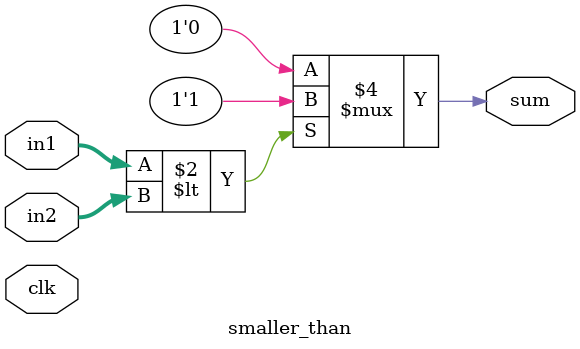
<source format=v>

`timescale 10ns/100ps

module sep(clk, reset, mem_bus, ram_rd_nwr, address);

input clk;
input reset;

wire [6:0] load_line;
wire [6:0] clr_line;
wire [6:0] reset_clr;
wire [6:0] inc_line;
wire cin;
wire flag_en;
wire ALU_sel;
wire [3:0] op_sel;
wire read_mem;
wire write_mem;
wire [2:0] bus_sel;
wire [15:0] IR_out;
wire [3:0] flag_out;
wire DR_zero;
wire [1:0] AC_lh;
wire SPdec;
wire clr_root, root_op, A_shl, A_inc, B_ld, B_inc, B_dshl;
wire X_ldhi, X_ldlo, X_dshl, Y_ld, Y_dshl, RC_inc, RC_zero, BY_out;

inout [15:0] mem_bus;
output ram_rd_nwr;
output [11:0] address;

data_unit DU(IR_out, flag_out, mem_bus, ram_rd_nwr, clk, load_line,
		 reset_clr, inc_line, read_mem, write_mem, ALU_sel, 
		op_sel, flag_en, cin, bus_sel, address, DR_zero, 
		AC_lh, SPdec, clr_root, root_op, A_shl, A_inc, B_ld, 
		B_inc, B_dshl, X_ldhi, X_ldlo, X_dshl, Y_ld, Y_dshl, 
		RC_inc, RC_zero, BY_out);

assign reset_clr[0] = clr_line[0] | reset;
assign reset_clr[1] = clr_line[1] | reset;
assign reset_clr[2] = clr_line[2] | reset;
assign reset_clr[3] = clr_line[3] | reset;
assign reset_clr[4] = clr_line[4] | reset;
assign reset_clr[5] = clr_line[5] | reset;
assign reset_clr[6] = clr_line[6] | reset;

control_unit CU(load_line, inc_line, clr_line, cin, flag_en, ALU_sel, 
		op_sel, read_mem, write_mem, bus_sel, IR_out, flag_out, 
		clk, 1'b0, reset, DR_zero, AC_lh, SPdec, clr_root, 
		root_op, A_shl, A_inc, B_ld, B_inc, B_dshl, X_ldhi, 
		X_ldlo, X_dshl, Y_ld, Y_dshl, RC_inc, RC_zero, BY_out);

endmodule

module control_unit(load_ctl, inc_ctl, clr_ctl, cin, flag_en, ALU_sel, op_sel, 
	read_mem, write_mem, bus_ctl, IR_out, flag_out, clk, R, reset, DR_zero, 
	AC_lh, SPdec, clr_root, root_op, A_shl, A_inc, B_ld, B_inc, B_dshl, 
	X_ldhi, X_ldlo, X_dshl, Y_ld, Y_dshl, RC_inc, RC_zero, BY_out);

	output [6:0] load_ctl;    //0-AR, 1-PC, 2-DR, 3-AC, 4-IR, 5-TR, 6-SP
	output [6:0] inc_ctl;
	output [6:0] clr_ctl;
	output read_mem;
	output write_mem;
	output [2:0] bus_ctl;
	output cin;
	output flag_en;
	output ALU_sel;
	output [3:0] op_sel;
	output SPdec;
	output clr_root, root_op, A_shl, A_inc, B_ld, B_inc, B_dshl; 
	output X_ldhi, X_ldlo, X_dshl, Y_ld, Y_dshl, RC_inc;

	//flags 0:  overflow
	//      1:  carry
	//      2:  sign
	//      3:  zero

	input [15:0] IR_out;
	input [3:0] flag_out;
	input clk;
	input R;
	input reset;
	input DR_zero;
	input [1:0] AC_lh;
	input RC_zero, BY_out;

	wire [4:0] SC_out;
	wire SC_clr;
	wire SC_inc;
	wire ld9;
	wire [7:0] D_input;
	wire [31:0] T_input;

	seq_counter SC(SC_out, SC_clr | reset, SC_inc, clk, ld9);
	a3to8_decoder D1(D_input, IR_out[14:12]);
	a5to32_decoder D2(T_input, SC_out);
	control_logic CTL(load_ctl, inc_ctl, clr_ctl, cin, flag_en, ALU_sel, op_sel,
			 read_mem, write_mem, SC_clr, SC_inc, bus_ctl, IR_out[11:0],
			 IR_out[15], D_input, T_input, flag_out, R, DR_zero, clk,
			 AC_lh, reset, SPdec, ld9, clr_root, root_op, A_shl, A_inc, 
			 B_ld, B_inc, B_dshl, X_ldhi, X_ldlo, X_dshl, Y_ld, Y_dshl, 
			 RC_inc, RC_zero, BY_out);

endmodule


module control_logic(load_ctl, inc_ctl, clr_ctl, cin, flag_en, ALU_sel, op_sel,
		 read_mem, write_mem, SC_clr, SC_inc, bus_ctl, ad, I, D, T, flag, 
		R, DR_zero, clk, AC_lh, reset, SPdec, ld9, clr_root, root_op, A_shl, 
		A_inc, B_ld, B_inc, B_dshl, X_ldhi, X_ldlo, X_dshl, Y_ld, Y_dshl, 
		RC_inc, RC_zero, BY_out);

	output [6:0] load_ctl;    //0-AR, 1-PC, 2-DR, 3-AC, 4-IR, 5-TR, 6-SP
	output [6:0] inc_ctl;
	output [6:0] clr_ctl;
	output read_mem;
	output write_mem;
	output [2:0] bus_ctl;
	output SC_clr, SC_inc;
	output cin;
	output flag_en;
	output ALU_sel;
	output [3:0] op_sel;
	output SPdec;
	output ld9;
	output clr_root, root_op, A_shl, A_inc, B_ld, B_inc, B_dshl; 
	output X_ldhi, X_ldlo, X_dshl, Y_ld, Y_dshl, RC_inc;

	input [11:0] ad;
	input I;
	input [7:0] D;
	input [31:0] T;
	input [3:0] flag;
	input R;
	input DR_zero;
	input clk;
	input [1:0] AC_lh;
	input reset;
	input RC_zero, BY_out;

	wire E_out;
	wire E_in;
	wire E_load;
	wire E_clr;
	wire E_comp;

	flipflop E(E_out, E_in, E_load, E_clr, clk, E_comp);

	//flags 0:  overflow
	//      1:  carry
	//      2:  sign
	//      3:  zero

	assign read_mem = (~R & T[1]) | (~D[7] & I & T[3]) | 
			((D[0] | D[1] | D[2] | D[6]) & T[4]) |
		(T[4] & D[7] & ~I & ~ad[4] & ~ad[5] & ~ad[6] & ~ad[7] & ~ad[8] &  ad[9] &  ad[10] & ~ad[11]) |
		(T[4] & D[7] & ~I & ~ad[4] & ~ad[5] & ~ad[6] & ~ad[7] & ~ad[8] & ~ad[9] &  ad[10] &  ad[11]) |
		(T[4] & D[7] & ~I & ~ad[4] & ~ad[5] &  ad[6] &  ad[7] & ~ad[8] & ~ad[9] & ~ad[10] & ~ad[11]) |
		(T[5] & D[7] & ~I &  ad[4] &  ad[5] & ~ad[6] & ~ad[7] & ~ad[8] & ~ad[9] & ~ad[10] & ~ad[11]) |
		(T[5] & D[7] & ~I & ad[1] & ad[2] & ad[3] & ad[4] & ad[5] &
				  ad[6] & ad[7] & ad[8] & ad[9] & ad[10] & ad[11]) |
		(T[7] & D[7] & ~I & ad[1] & ad[2] & ad[3] & ad[4] & ad[5] &
				  ad[6] & ad[7] & ad[8] & ad[9] & ad[10] & ad[11]);

	assign write_mem = (R & T[1]) | (D[6] & T[6]) | (T[4] & (D[3] | D[5])) |
		(T[4] & D[7] & ~I & ~ad[4] &  ad[5] &  ad[6] & ~ad[7] & ~ad[8] & ~ad[9] & ~ad[10] & ~ad[11]) |
		(T[17] & D[7] & ~I & ad[1] & ad[2] & ad[3] & ad[4] & ad[5] &
				  ad[6] & ad[7] & ad[8] & ad[9] & ad[10] & ad[11]);

	assign SC_clr = ((D[0] | D[1] | D[2] | D[5]) & T[5]) | 
			(D[7] & T[6] & ~(ad[1] & ad[2] & ad[3] & ad[4] & ad[5] &
				  ad[6] & ad[7] & ad[8] & ad[9] & ad[10] & ad[11])) | 
			(D[6] & T[6]) | 
			(R & T[2]) | 
			((D[3] | D[4]) & T[4]) |
		(T[4] & D[7] & ~I & ~ad[4] & ~ad[5] &  ad[6] &  ad[7] & ~ad[8] & ~ad[9] & ~ad[10] & ~ad[11]) |
		(T[4] & D[7] & ~I & ~ad[4] &  ad[5] &  ad[6] & ~ad[7] & ~ad[8] & ~ad[9] & ~ad[10] & ~ad[11]) |
		(T[6] & D[7] & ~I &  ad[4] &  ad[5] & ~ad[6] & ~ad[7] & ~ad[8] & ~ad[9] & ~ad[10] & ~ad[11]) |
		(T[17] & D[7] & ~I & ad[1] & ad[2] & ad[3] & ad[4] & ad[5] &
				  ad[6] & ad[7] & ad[8] & ad[9] & ad[10] & ad[11]);
	assign SC_inc = 1'b1;

	assign ld9 = (T[15] & D[7] & ~I & ad[1] & ad[2] & ad[3] & ad[4] & ad[5] &
				  ad[6] & ad[7] & ad[8] & ad[9] & ad[10] & ad[11] & ~RC_zero);

	assign clr_root = (T[6] & D[7] & ~I & ad[1] & ad[2] & ad[3] & ad[4] & ad[5] &
				  ad[6] & ad[7] & ad[8] & ad[9] & ad[10] & ad[11]);
	assign root_op = (T[16] & D[7] & ~I & ad[1] & ad[2] & ad[3] & ad[4] & ad[5] &
				  ad[6] & ad[7] & ad[8] & ad[9] & ad[10] & ad[11]);
	assign A_shl = (T[10] & D[7] & ~I & ad[1] & ad[2] & ad[3] & ad[4] & ad[5] &
				  ad[6] & ad[7] & ad[8] & ad[9] & ad[10] & ad[11]);
	assign A_inc = (T[11] & D[7] & ~I & ad[1] & ad[2] & ad[3] & ad[4] & ad[5] &
				  ad[6] & ad[7] & ad[8] & ad[9] & ad[10] & ad[11] & BY_out);
	assign B_ld = (T[12] & D[7] & ~I & ad[1] & ad[2] & ad[3] & ad[4] & ad[5] &
				  ad[6] & ad[7] & ad[8] & ad[9] & ad[10] & ad[11]);
	assign B_inc = (T[7] & D[7] & ~I & ad[1] & ad[2] & ad[3] & ad[4] & ad[5] &
				  ad[6] & ad[7] & ad[8] & ad[9] & ad[10] & ad[11]) |
			(T[14] & D[7] & ~I & ad[1] & ad[2] & ad[3] & ad[4] & ad[5] &
				  ad[6] & ad[7] & ad[8] & ad[9] & ad[10] & ad[11]);
	assign B_dshl = (T[13] & D[7] & ~I & ad[1] & ad[2] & ad[3] & ad[4] & ad[5] &
				  ad[6] & ad[7] & ad[8] & ad[9] & ad[10] & ad[11]);
	assign X_ldhi = (T[8] & D[7] & ~I & ad[1] & ad[2] & ad[3] & ad[4] & ad[5] &
				  ad[6] & ad[7] & ad[8] & ad[9] & ad[10] & ad[11]);
	assign X_ldlo = (T[6] & D[7] & ~I & ad[1] & ad[2] & ad[3] & ad[4] & ad[5] &
				  ad[6] & ad[7] & ad[8] & ad[9] & ad[10] & ad[11]);
	assign X_dshl = (T[10] & D[7] & ~I & ad[1] & ad[2] & ad[3] & ad[4] & ad[5] &
				  ad[6] & ad[7] & ad[8] & ad[9] & ad[10] & ad[11]);
	assign Y_ld = (T[11] & D[7] & ~I & ad[1] & ad[2] & ad[3] & ad[4] & ad[5] &
				  ad[6] & ad[7] & ad[8] & ad[9] & ad[10] & ad[11] & BY_out);
	assign Y_dshl = (T[9] & D[7] & ~I & ad[1] & ad[2] & ad[3] & ad[4] & ad[5] &
				  ad[6] & ad[7] & ad[8] & ad[9] & ad[10] & ad[11]);
	assign RC_inc = (T[14] & D[7] & ~I & ad[1] & ad[2] & ad[3] & ad[4] & ad[5] &
				  ad[6] & ad[7] & ad[8] & ad[9] & ad[10] & ad[11]);

	assign SPdec = (T[4] & D[7] & ~I &  ad[5] &  ad[6] & ~ad[7] & ~ad[8] & ~ad[9] & ~ad[10] & ~ad[11]) |
			(T[17] & D[7] & ~I & ad[1] & ad[2] & ad[3] & ad[4] & ad[5] &
				  ad[6] & ad[7] & ad[8] & ad[9] & ad[10] & ad[11]);

	assign cin = (T[5] & D[7] & ~I & ad[11] & ad[10] & ~ad[9] & ~ad[8] & ~ad[7]);
	assign flag_en = 1'b1;
	assign ALU_sel = (D[7] & ~I & T[3] & (ad[7] | ad[6] | ad[9])) |
				(T[5] & D[7] & ~I & ad[11] & ad[10]);

	assign load_ctl[0] = ((~R) & (T[0] | T[2])) | ((~D[7]) & I & T[3]) |
		(T[3] & D[7] & ~I & ~ad[4] & ~ad[5] & ~ad[6] & ~ad[7] & ~ad[8] &  ad[9] &  ad[10] & ~ad[11]) |
		(T[3] & D[7] & ~I & ~ad[4] & ~ad[5] & ~ad[6] & ~ad[7] & ~ad[8] & ~ad[9] &  ad[10] &  ad[11]) |
		(T[3] & D[7] & ~I & ~ad[4] & ~ad[5] &  ad[6] &  ad[7] & ~ad[8] & ~ad[9] & ~ad[10] & ~ad[11]) |
		(T[3] & D[7] & ~I & ~ad[4] &  ad[5] &  ad[6] & ~ad[7] & ~ad[8] & ~ad[9] & ~ad[10] & ~ad[11]) |
		(T[4] & D[7] & ~I &  ad[4] &  ad[5] & ~ad[6] & ~ad[7] & ~ad[8] & ~ad[9] & ~ad[10] & ~ad[11]) |
		(T[4] & D[7] & ~I & ad[1] & ad[2] & ad[3] & ad[4] & ad[5] &
				  ad[6] & ad[7] & ad[8] & ad[9] & ad[10] & ad[11]) |
		(T[6] & D[7] & ~I & ad[1] & ad[2] & ad[3] & ad[4] & ad[5] &
				  ad[6] & ad[7] & ad[8] & ad[9] & ad[10] & ad[11]);
	assign inc_ctl[0] = D[5] & T[4];
	assign clr_ctl[0] = R & T[0];

	assign load_ctl[1] = (D[4] & T[4]) | (D[5] & T[5]);
	assign inc_ctl[1] = (~R & T[1]) | (R & T[2]) | (DR_zero & D[6] & T[6]) | 
				((D[7] & ~I & T[3]) & 
		((~AC_lh[1] & ad[4] & ~ad[5] & ~ad[6] & ~ad[10] & ~ad[3]) | 
		(flag[2] & ad[3] & ~ad[4] & ~ad[2] & ~ad[5]) |
		(flag[3] & ad[2] & ~ad[3] & ~ad[1] & ~ad[4]) |
		(~E_out & ad[1] & ~ad[2] & ~ad[3] & ~ad[4]))) |
		(T[4] & D[7] & ~I & ~ad[8] & ad[9] & ad[10] & ~ad[11]) |
		(T[4] & D[7] & ~I & ~ad[8] & ~ad[9] & ad[10] & ad[11]) |
		(flag[0] & T[3] & ~I & D[7] & ad[9] & ad[8] & ~ad[10] & ~ad[11] & ~ad[7] & ~ad[6] & ~ad[5]) |
		(~(flag[2] ^ flag[0]) & ~flag[3] & T[3] & ~I & D[7] & ad[8] & ad[7] &
			 ~ad[11] & ~ad[10] & ~ad[9] & ~ad[6] & ~ad[5]) |
		(T[4] & D[7] & ~I &  ad[6] &  ad[7] & ~ad[8] & ~ad[9] & ~ad[10] & ~ad[11]);
	assign clr_ctl[1] = R & T[1];

	assign load_ctl[2] = ((D[0] | D[1] | D[2] | D[6] | (D[7] & ~I & ad[9] & ad[10]) | 
				(D[7] & ~I & ad[11] & ad[10])) & T[4]) |
		(T[5] & D[7] & ~I &  ad[4] &  ad[5] & ~ad[6] & ~ad[7] & ~ad[8] & ~ad[9] & ~ad[10] & ~ad[11]) |
		(T[5] & D[7] & ~I & ad[1] & ad[2] & ad[3] & ad[4] & ad[5] &
				  ad[6] & ad[7] & ad[8] & ad[9] & ad[10] & ad[11]) |
		(T[7] & D[7] & ~I & ad[1] & ad[2] & ad[3] & ad[4] & ad[5] &
				  ad[6] & ad[7] & ad[8] & ad[9] & ad[10] & ad[11]) |
		(T[16] & D[7] & ~I & ad[1] & ad[2] & ad[3] & ad[4] & ad[5] &
				  ad[6] & ad[7] & ad[8] & ad[9] & ad[10] & ad[11]);
	assign inc_ctl[2] = D[6] & T[5];
	assign clr_ctl[2] = 1'b0;

	assign load_ctl[3] = (D[7] & ~I & T[3] & 
		((ad[7] & ~ad[4] & ~ad[5] & ~ad[6] & ~ad[8] & ~ad[9] & ~ad[10] & ~ad[11]) | 
		(ad[6] & ~ad[4] & ~ad[5] & ~ad[7] & ~ad[8] & ~ad[9] & ~ad[10] & ~ad[11]) | 
		(ad[9] & ~ad[4] & ~ad[5] & ~ad[6] & ~ad[8] & ~ad[7] & ~ad[10] & ~ad[11]))) |
				((D[0] | D[1] | D[2]) & T[5]) |
		(D[7] & ~I & T[5] & ~ad[4] & ~ad[5] & ~ad[6] & ~ad[7] & ~ad[8] &  ad[9] &  ad[10] & ~ad[11]) |
		(D[7] & ~I & T[5] & ~ad[4] & ~ad[5] & ~ad[6] & ~ad[7] & ~ad[8] & ~ad[9] &  ad[10] &  ad[11]) |
		(D[7] & ~I & T[6] &  ad[4] &  ad[5] & ~ad[6] & ~ad[7] & ~ad[8] & ~ad[9] & ~ad[10] & ~ad[11]);
	assign inc_ctl[3] = 
		(D[7] & ~I & T[3] & ~ad[11] & ~ad[10] & ~ad[9] & ~ad[8] & ~ad[7] & ~ad[6] &  ad[5] & ~ad[4]);
	assign clr_ctl[3] = 
		(D[7] & ~I & T[3] &  ad[11] & ~ad[10] & ~ad[9] & ~ad[8] & ~ad[7] & ~ad[6] & ~ad[5] & ~ad[4]);

	assign load_ctl[4] = (~R & T[1]);
	assign inc_ctl[4] = 1'b0;
	assign clr_ctl[4] = 1'b0;

	assign load_ctl[5] = (R & T[0]);
	assign inc_ctl[5] = 1'b0;
	assign clr_ctl[5] = 1'b0;

	assign load_ctl[6] = 
		(T[4] & D[7] & ~I & ~ad[4] & ~ad[5] &  ad[6] &  ad[7] & ~ad[8] & ~ad[9] & ~ad[10] & ~ad[11]);
	assign inc_ctl[6] = 
		(T[3] & D[7] & ~I &  ad[4] &  ad[5] & ~ad[6] & ~ad[7] & ~ad[8] & ~ad[9] & ~ad[10] & ~ad[11]) |
		(T[3] & D[7] & ~I & ad[1] & ad[2] & ad[3] & ad[4] & ad[5] &
				  ad[6] & ad[7] & ad[8] & ad[9] & ad[10] & ad[11]) |
		(T[5] & D[7] & ~I & ad[1] & ad[2] & ad[3] & ad[4] & ad[5] &
				  ad[6] & ad[7] & ad[8] & ad[9] & ad[10] & ad[11]);
	assign clr_ctl[6] = 1'b0;

	assign op_sel[0] = (D[7] & (~I) & T[3] & ad[9] & ~ad[8] & ~ad[7] & ~ad[10] & ~ad[11]) |
			 (T[5] & D[7] & (~I) & ad[11] & ad[10] & ~ad[9] & ~ad[8] & ~ad[7]);
	assign op_sel[1] = (D[2] & T[5]) |
			 (D[7] & ~I & T[3] & ad[9] & ~ad[8] & ~ad[7] & ~ad[10] & ~ad[11] & ~ad[4]) |
			 (D[7] & ~I & ad[9] & ad[10] & T[5] & ~ad[8] & ~ad[7] & ~ad[11] & ~ad[4]) |
		(T[6] & D[7] & ~I &  ad[4] &  ad[5] & ~ad[6] & ~ad[7] & ~ad[8] & ~ad[9] & ~ad[10] & ~ad[11]);
	assign op_sel[2] = (D[0] & T[5]) | 
			(D[7] & (~I) & T[3] & ((ad[6] & ~ad[9] & ~ad[10] & ~ad[11] & ~ad[7] & ~ad[8]) |
			(ad[9] & ~ad[6] & ~ad[7] & ~ad[8] & ~ad[10] & ~ad[11])));
	assign op_sel[3] = D[7] & (~I) & T[3] & ((ad[7] & ~ad[6] & ~ad[8]) |
			 (ad[6] & ~ad[7] & ~ad[5] & ~ad[8]));

	assign bus_ctl[0] = (D[5] & T[5]) | (D[6] & T[6]) | ((~R) & (T[2] | T[1])) | 
				(~D[7] & I & T[3]) | 
				((D[0] | D[1] | D[2] | D[4] | D[6]) & T[4]) |
		(T[4] & D[7] & ~I & ~ad[4] & ~ad[5] & ~ad[6] & ~ad[7] & ~ad[8] &  ad[9] &  ad[10] & ~ad[11]) |
		(T[4] & D[7] & ~I & ~ad[4] & ~ad[5] & ~ad[6] & ~ad[7] & ~ad[8] & ~ad[9] &  ad[10] &  ad[11]) |
		(T[5] & D[7] & ~I & ~ad[4] & ~ad[5] & ~ad[6] & ~ad[7] & ~ad[8] & ~ad[9] &  ad[10] &  ad[11]) |
		(T[4] & D[7] & ~I & ~ad[4] & ~ad[5] &  ad[6] &  ad[7] & ~ad[8] & ~ad[9] & ~ad[10] & ~ad[11]) |
		(T[5] & D[7] & ~I &  ad[4] &  ad[5] & ~ad[6] & ~ad[7] & ~ad[8] & ~ad[9] & ~ad[10] & ~ad[11]) |
		(T[5] & D[7] & ~I & ad[1] & ad[2] & ad[3] & ad[4] & ad[5] &
				  ad[6] & ad[7] & ad[8] & ad[9] & ad[10] & ad[11]) |
		(T[7] & D[7] & ~I & ad[1] & ad[2] & ad[3] & ad[4] & ad[5] &
				  ad[6] & ad[7] & ad[8] & ad[9] & ad[10] & ad[11]) |
		(T[17] & D[7] & ~I & ad[1] & ad[2] & ad[3] & ad[4] & ad[5] &
				  ad[6] & ad[7] & ad[8] & ad[9] & ad[10] & ad[11]);
	assign bus_ctl[1] = T[0] | T[1] | (D[6] & T[6]) | ((D[0] | D[1] | D[2] | D[5] | D[6]) & T[4]) | 
				(~D[7] & I & T[3]) | 
		(T[3] & D[7] & ~I & ~ad[4] & ~ad[5] & ~ad[6] & ~ad[7] & ~ad[8] &  ad[9] &  ad[10] & ~ad[11]) |
		(T[4] & D[7] & ~I & ~ad[4] & ~ad[5] & ~ad[6] & ~ad[7] & ~ad[8] &  ad[9] &  ad[10] & ~ad[11]) |
		(T[3] & D[7] & ~I & ~ad[4] & ~ad[5] & ~ad[6] & ~ad[7] & ~ad[8] & ~ad[9] &  ad[10] &  ad[11]) |
		(T[4] & D[7] & ~I & ~ad[4] & ~ad[5] & ~ad[6] & ~ad[7] & ~ad[8] & ~ad[9] &  ad[10] &  ad[11]) |
		(T[3] & D[7] & ~I & ~ad[4] & ~ad[5] &  ad[6] &  ad[7] & ~ad[8] & ~ad[9] & ~ad[10] & ~ad[11]) |
		(T[4] & D[7] & ~I & ~ad[4] & ~ad[5] &  ad[6] &  ad[7] & ~ad[8] & ~ad[9] & ~ad[10] & ~ad[11]) |
		(T[5] & D[7] & ~I &  ad[4] &  ad[5] & ~ad[6] & ~ad[7] & ~ad[8] & ~ad[9] & ~ad[10] & ~ad[11]) |
		(T[5] & D[7] & ~I & ad[1] & ad[2] & ad[3] & ad[4] & ad[5] &
				  ad[6] & ad[7] & ad[8] & ad[9] & ad[10] & ad[11]) |
		(T[7] & D[7] & ~I & ad[1] & ad[2] & ad[3] & ad[4] & ad[5] &
				  ad[6] & ad[7] & ad[8] & ad[9] & ad[10] & ad[11]) |
		(T[17] & D[7] & ~I & ad[1] & ad[2] & ad[3] & ad[4] & ad[5] &
				  ad[6] & ad[7] & ad[8] & ad[9] & ad[10] & ad[11]);
	assign bus_ctl[2] = ((D[0] | D[1] | D[2] | D[3] | D[6]) & T[4]) | T[1] | (~R & T[2]) |
				 (~D[7] & I & T[3]) |
		(T[4] & D[7] & ~I & ~ad[4] & ~ad[5] & ~ad[6] & ~ad[7] & ~ad[8] &  ad[9] &  ad[10] & ~ad[11]) |
		(T[4] & D[7] & ~I & ~ad[4] & ~ad[5] & ~ad[6] & ~ad[7] & ~ad[8] & ~ad[9] &  ad[10] &  ad[11]) |
		(T[4] & D[7] & ~I & ~ad[4] & ~ad[5] &  ad[6] &  ad[7] & ~ad[8] & ~ad[9] & ~ad[10] & ~ad[11]) |
		(T[4] & D[7] & ~I & ~ad[4] &  ad[5] &  ad[6] & ~ad[7] & ~ad[8] & ~ad[9] & ~ad[10] & ~ad[11]) |
		(T[5] & D[7] & ~I &  ad[4] &  ad[5] & ~ad[6] & ~ad[7] & ~ad[8] & ~ad[9] & ~ad[10] & ~ad[11]) |
		(T[5] & D[7] & ~I & ad[1] & ad[2] & ad[3] & ad[4] & ad[5] &
				  ad[6] & ad[7] & ad[8] & ad[9] & ad[10] & ad[11]) |
		(T[7] & D[7] & ~I & ad[1] & ad[2] & ad[3] & ad[4] & ad[5] &
				  ad[6] & ad[7] & ad[8] & ad[9] & ad[10] & ad[11]);

	assign E_clr = (D[7] & ~I & T[3] & ad[10] & ~ad[11] & ~ad[9]) | reset;
	assign E_comp = (D[7] & ~I & T[3] & ad[8] & ~ad[7] & ~ad[9] & ~ad[10] & ~ad[11]);
	assign E_load = (D[1] & T[5]) | (D[7] & ~I & T[3] &
			 ((ad[7] & ~ad[6] & ~ad[5] & ~ad[8] & ~ad[9]) | 
			 (ad[6] & ~ad[5] & ~ad[7] & ~ad[8] & ~ad[9] & ~ad[10])));
	assign E_in = (D[1] & T[5])? flag[1] : 
			(D[7] & ~I & T[3] & ad[7] & ~ad[6] & ~ad[8])? AC_lh[0] : 
			(D[7] & ~I & T[3] & ad[6] & ~ad[5] & ~ad[7])? AC_lh[1] : 1'bz;

endmodule

module a3to8_decoder(out, sel);

	input	[2:0]	sel;
	output	[7:0]	out;
	reg	[7:0]	out;

	always @(sel)
		case (sel)
		    3'b000 :	out <= 8'b00000001;
		    3'b001 :	out <= 8'b00000010;
		    3'b010 :	out <= 8'b00000100;
		    3'b011 :	out <= 8'b00001000;
		    3'b100 :	out <= 8'b00010000;
		    3'b101 :	out <= 8'b00100000;
		    3'b110 :	out <= 8'b01000000;
		    3'b111 :	out <= 8'b10000000;
		    default :	out <= 8'b00000001;
		endcase
endmodule

module a4to16_decoder(out, sel);

	input	[3:0]	sel;
	output	[15:0]	out;
	reg	[15:0]	out;

	always @(sel)
		case (sel)
		    4'b0000 :	out <= 16'b0000000000000001;
		    4'b0001 :	out <= 16'b0000000000000010;
		    4'b0010 :	out <= 16'b0000000000000100;
		    4'b0011 :	out <= 16'b0000000000001000;
		    4'b0100 :	out <= 16'b0000000000010000;
		    4'b0101 :	out <= 16'b0000000000100000;
		    4'b0110 :	out <= 16'b0000000001000000;
		    4'b0111 :	out <= 16'b0000000010000000;
		    4'b1000 :	out <= 16'b0000000100000000;
		    4'b1001 :	out <= 16'b0000001000000000;
		    4'b1010 :	out <= 16'b0000010000000000;
		    4'b1011 :	out <= 16'b0000100000000000;
		    4'b1100 :	out <= 16'b0001000000000000;
		    4'b1101 :	out <= 16'b0010000000000000;
		    4'b1110 :	out <= 16'b0100000000000000;
		    4'b1111 :	out <= 16'b1000000000000000;
		    default :	out <= 16'b0000000000000001;
		endcase
endmodule

module a5to32_decoder(out, sel);

	input	[4:0]	sel;
	output	[31:0]	out;
	reg	[31:0]	out;

	always @(sel)
		case (sel)
		    5'b00000 :	out <= 32'b00000000000000000000000000000001;
		    5'b00001 :	out <= 32'b00000000000000000000000000000010;
		    5'b00010 :	out <= 32'b00000000000000000000000000000100;
		    5'b00011 :	out <= 32'b00000000000000000000000000001000;
		    5'b00100 :	out <= 32'b00000000000000000000000000010000;
		    5'b00101 :	out <= 32'b00000000000000000000000000100000;
		    5'b00110 :	out <= 32'b00000000000000000000000001000000;
		    5'b00111 :	out <= 32'b00000000000000000000000010000000;
		    5'b01000 :	out <= 32'b00000000000000000000000100000000;
		    5'b01001 :	out <= 32'b00000000000000000000001000000000;
		    5'b01010 :	out <= 32'b00000000000000000000010000000000;
		    5'b01011 :	out <= 32'b00000000000000000000100000000000;
		    5'b01100 :	out <= 32'b00000000000000000001000000000000;
		    5'b01101 :	out <= 32'b00000000000000000010000000000000;
		    5'b01110 :	out <= 32'b00000000000000000100000000000000;
		    5'b01111 :	out <= 32'b00000000000000001000000000000000;
		    5'b10000 :	out <= 32'b00000000000000010000000000000000;
		    5'b10001 :	out <= 32'b00000000000000100000000000000000;
		    5'b10010 :	out <= 32'b00000000000001000000000000000000;
		    5'b10011 :	out <= 32'b00000000000010000000000000000000;
		    5'b10100 :	out <= 32'b00000000000100000000000000000000;
		    5'b10101 :	out <= 32'b00000000001000000000000000000000;
		    5'b10110 :	out <= 32'b00000000010000000000000000000000;
		    5'b10111 :	out <= 32'b00000000100000000000000000000000;
		    5'b11000 :	out <= 32'b00000001000000000000000000000000;
		    5'b11001 :	out <= 32'b00000010000000000000000000000000;
		    5'b11010 :	out <= 32'b00000100000000000000000000000000;
		    5'b11011 :	out <= 32'b00001000000000000000000000000000;
		    5'b11100 :	out <= 32'b00010000000000000000000000000000;
		    5'b11101 :	out <= 32'b00100000000000000000000000000000;
		    5'b11110 :	out <= 32'b01000000000000000000000000000000;
		    5'b11111 :	out <= 32'b10000000000000000000000000000000;
		    default :	out <= 32'b00000000000000000000000000000001;
		endcase
endmodule

module seq_counter (out, clear, cnt, clk, ld9);
        //input   [3:0]   in;     /* parallel load input */
	//input           load;   /* load parallel input */
	input           clear;  /* clear the counter to 4'h0 */
	input           cnt;    /* count enable input */
	input           clk;    /* clock input        */
	input		ld9;	/* load 9             */
	output  [4:0]   out;    /* output of counter  */

	reg     [4:0]   Q;      /* four bit register to hold count */

	/* State changes only on positive clock transitions */
	always @(negedge clk)
	begin
		if(clear == 1'b1) /* If clear is high, it has priority */
			Q <= 5'b00000;
		//else if(load == 1'b1) /* load has the next highest */
		//	Q <= in;
		else if(ld9 == 1'b1) /* ld9 has the next highest */
			Q <= 5'b01001;
		else if(cnt == 1'b1) /* followed by count enable */
			Q <= Q + 5'b00001;
		else
			Q <= Q;
	end

	/* Set the output to always be equal to the internal state */
	assign out = Q;

endmodule

module flipflop(out, in, load, clear, clk, comp);
   input in;
   input load, clear, clk, comp;
   output out;
   reg out;

   always @(posedge clk)
      if (clear)
         out <= 1'b0;
      else if (load)
         out <= in;
      else if (comp)
         out <= ~out;
      else
         out <= out;

endmodule


module data_unit(IR_out, flag_out, mem_bus, ram_rd_nwr, clk, load_line, clr_line, inc_line, read, write, ALU_sel, op_sel, flag_en, cin, bus_sel, address_out, DR_zero, AC_lh, SPdec, clr_root, root_op, A_shl, A_inc, B_ld, B_inc, B_dshl, X_ldhi, X_ldlo, X_dshl, Y_ld, Y_dshl, RC_inc, RC_zero, BY_out);

output [3:0] flag_out;
output [15:0] IR_out;
input [15:0] mem_bus;
output ram_rd_nwr;
input clk;
input read, write;

wire [15:0] MEM_out;
wire [15:0] bus;            //no one likes to ride the bus -Socrates
wire [15:0] bus2;
wire [11:0] AR_out;
wire [11:0] SP_out;
wire [11:0] PC_out;
wire [15:0] DR_out;
wire [15:0] DPU_out;
wire [15:0] TR_out;
input [6:0] load_line;      //0-AR, 1-PC, 2-DR, 3-AC, 4-IR, 5-TR, 6-SP
input [6:0] clr_line;       //0-AR, 1-PC, 2-DR, 3-AC, 4-IR, 5-TR, 6-SP
input [6:0] inc_line;       //0-AR, 1-PC, 2-DR, 3-AC, 4-IR, 5-TR, 6-SP
input clr_root;
input SPdec;
output [11:0] address_out;
output DR_zero;
output [1:0] AC_lh;

input A_shl, A_inc, B_ld, B_inc, B_dshl, X_ldhi, X_ldlo, X_dshl, Y_ld, Y_dshl, RC_inc;
output RC_zero, BY_out;

//extra lines
input cin;
input flag_en;
input ALU_sel;
input [3:0] op_sel;
input [2:0] bus_sel;
input root_op;

wire [15:0] A_out;

reg_12bit_sp SP(SP_out, bus[11:0], load_line[6], clr_line[6], clk, inc_line[6], SPdec);
reg_12bit    AR(AR_out, bus[11:0], load_line[0], clr_line[0], clk, inc_line[0], 1'b0);
reg_12bit_pc PC(PC_out, bus[11:0], load_line[1], clr_line[1], clk, inc_line[1]);
reg_16bit    DR(DR_out, bus2, load_line[2], clr_line[2], clk, inc_line[2]);
reg_16bit    IR(IR_out, bus, load_line[4], clr_line[4], clk, inc_line[4]);
reg_16bit    TR(TR_out, bus, load_line[5], clr_line[5], clk, inc_line[5]);
sep_dpu     DPU(DPU_out, flag_out, DR_out, op_sel, cin, clk, flag_en, load_line[3], clr_line[3], inc_line[3], ALU_sel);
mux_8to1_16bit THE_BUS(bus, bus_sel, SP_out, AR_out, PC_out, DR_out, DPU_out, IR_out, TR_out, MEM_out);

mux_2to1_16bit ROOT_ANS(bus2, root_op, bus, A_out);

wire [31:0] B_out, X_out, Y_out, YB_out;

reg_16bit_A A(A_out, clr_root, clk, A_inc, A_shl);
reg_32bit_B B(B_out, A_out, B_ld, clr_root, clk, B_inc, B_dshl);
reg_32bit_X X(X_out, DR_out, X_ldhi, X_ldlo, 1'b0, clk, X_dshl);
reg_32bit_Y Y(Y_out, YB_out, Y_ld, clr_root, clk, Y_dshl, X_out[14], X_out[15]);
root_count RC(RC_zero, clr_root, clk, RC_inc);
subtract_32bit YB(YB_out, Y_out, B_out);
smaller_than SMTH(BY_out, B_out, Y_out, clk);

assign DR_zero = ~&DR_out;

assign AC_lh[0] = DPU_out[0];
assign AC_lh[1] = DPU_out[15];

memory_unit MEM(MEM_out, address_out, mem_bus, bus, AR_out, read, write, ram_rd_nwr);

endmodule


//DPU unit

module sep_dpu(dpu_out, flag_out, data_in, sel, cin, clk, flag_en, ac_en, acclr, AC_inc, ALU_sel);
           output  [15:0] dpu_out;               // DPU output
           output  [3:0]  flag_out;              // flag outputs
           input   [15:0] data_in;               // data input
           input   [3:0]  sel;                   // operation selection
           input          cin;                   // carry in
           input          clk;                   // clock input
           input          flag_en;               // flag enable
           input          ac_en;                 // ac enable
           input          acclr;                 // ac clear
           input          AC_inc;                // AC increment
           input          ALU_sel;		 // selects ALU inputs

      wire [15:0] Y;
      wire [15:0] ALU_A;
      wire [15:0] ALU_B;
      wire cout15;
      wire rightout, leftout;
      wire [3:0] flag_lines;

mux_2to1_16bit A_in(ALU_A, ALU_sel, data_in, dpu_out);
mux_2to1_16bit B_in(ALU_B, ALU_sel, dpu_out, data_in);
      

//flags 0:  overflow
//      1:  carry
//      2:  sign
//      3:  zero


sep_alu my_alu(Y, flag_lines[1], cout15, rightout, leftout, ALU_A, ALU_B, sel, cin, flag_out[1], flag_out[1]);
reg_16bit AC(dpu_out, Y, ac_en, acclr, clk, AC_inc);
reg_4bit FLAG(flag_out, flag_lines, flag_en, 1'b0, clk, 1'b0);
assign flag_lines[0] = flag_lines[1] ^ cout15;
assign flag_lines[2] = dpu_out[15];
assign flag_lines[3] = ~&dpu_out;

endmodule

module root_count (out, clear, clk, inc);

	input           clear;  /* clear the counter to 4'h0 */
	input           clk;    /* clock input */
	input 		inc;
	output  	out;    /* output of counter */
	reg		out;

	reg     [3:0]   Q;      /* four bit register to hold count */

	/* State changes only on positive clock transitions */
	always @(posedge clk)
	begin
		if(clear == 1'b1) /* If clear is high, it has priority */
			Q <= 4'b0000;
		else if (inc)  /* followed by count enable */
			Q <= Q + 4'b0001;
		else
			Q <= Q;
		if(Q == 4'b0000)
			out <= 1'b1;
		else
			out <= 1'b0;

	end

	/* Set the output to always be equal to the internal state */

endmodule

module adder_32bit(sum, cout, in1, in2, cin);

        input   [31:0]  in1;
        input   [31:0]  in2;
        input           cin;

        output  [31:0]  sum;
        output          cout;

        wire    [31:0]  cvect;

        adder_1bit u0(sum[0], cvect[0], in1[0], in2[0], cin);
        adder_1bit u1(sum[1], cvect[1], in1[1], in2[1], cvect[0]);
        adder_1bit u2(sum[2], cvect[2], in1[2], in2[2], cvect[1]);
        adder_1bit u3(sum[3], cvect[3], in1[3], in2[3], cvect[2]);
        adder_1bit u4(sum[4], cvect[4], in1[4], in2[4], cvect[3]);
        adder_1bit u5(sum[5], cvect[5], in1[5], in2[5], cvect[4]);
        adder_1bit u6(sum[6], cvect[6], in1[6], in2[6], cvect[5]);
        adder_1bit u7(sum[7], cvect[7], in1[7], in2[7], cvect[6]);
        adder_1bit u8(sum[8], cvect[8], in1[8], in2[8], cvect[7]);
        adder_1bit u9(sum[9], cvect[9], in1[9], in2[9], cvect[8]);
        adder_1bit u10(sum[10], cvect[10], in1[10], in2[10], cvect[9]);
        adder_1bit u11(sum[11], cvect[11], in1[11], in2[11], cvect[10]);
        adder_1bit u12(sum[12], cvect[12], in1[12], in2[12], cvect[11]);
        adder_1bit u13(sum[13], cvect[13], in1[13], in2[13], cvect[12]);
        adder_1bit u14(sum[14], cvect[14], in1[14], in2[14], cvect[13]);
        adder_1bit u15(sum[15], cvect[15], in1[15], in2[15], cvect[14]);
        adder_1bit u16(sum[16], cvect[16], in1[16], in2[16], cvect[15]);
        adder_1bit u17(sum[17], cvect[17], in1[17], in2[17], cvect[16]);
        adder_1bit u18(sum[18], cvect[18], in1[18], in2[18], cvect[17]);
        adder_1bit u19(sum[19], cvect[19], in1[19], in2[19], cvect[18]);
        adder_1bit u20(sum[20], cvect[20], in1[20], in2[20], cvect[19]);
        adder_1bit u21(sum[21], cvect[21], in1[21], in2[21], cvect[20]);
        adder_1bit u22(sum[22], cvect[22], in1[22], in2[22], cvect[21]);
        adder_1bit u23(sum[23], cvect[23], in1[23], in2[23], cvect[22]);
        adder_1bit u24(sum[24], cvect[24], in1[24], in2[24], cvect[23]);
        adder_1bit u25(sum[25], cvect[25], in1[25], in2[25], cvect[24]);
        adder_1bit u26(sum[26], cvect[26], in1[26], in2[26], cvect[25]);
        adder_1bit u27(sum[27], cvect[27], in1[27], in2[27], cvect[26]);
        adder_1bit u28(sum[28], cvect[28], in1[28], in2[28], cvect[27]);
        adder_1bit u29(sum[29], cvect[29], in1[29], in2[29], cvect[28]);
        adder_1bit u30(sum[30], cvect[30], in1[30], in2[30], cvect[29]);
        adder_1bit u31(sum[31], cvect[31], in1[31], in2[31], cvect[30]);

        assign cout = cvect[31];

endmodule

module subtract_32bit(sum, in1, in2);

        input   [31:0]  in1;
        input   [31:0]  in2;

        output  [31:0]  sum;

	wire cout;

	adder_32bit ADD(sum, cout, in1, ~in2, 1'b1);


endmodule

module smaller_than(sum, in1, in2, clk);

        input   [31:0]  in1;
        input   [31:0]  in2;
	input clk;

        output   sum;
	reg sum;

	always @(clk)
	begin
		if(in1 < in2)
			sum <= 1'b1;
		else
			sum <= 1'b0;
	end


endmodule
</source>
